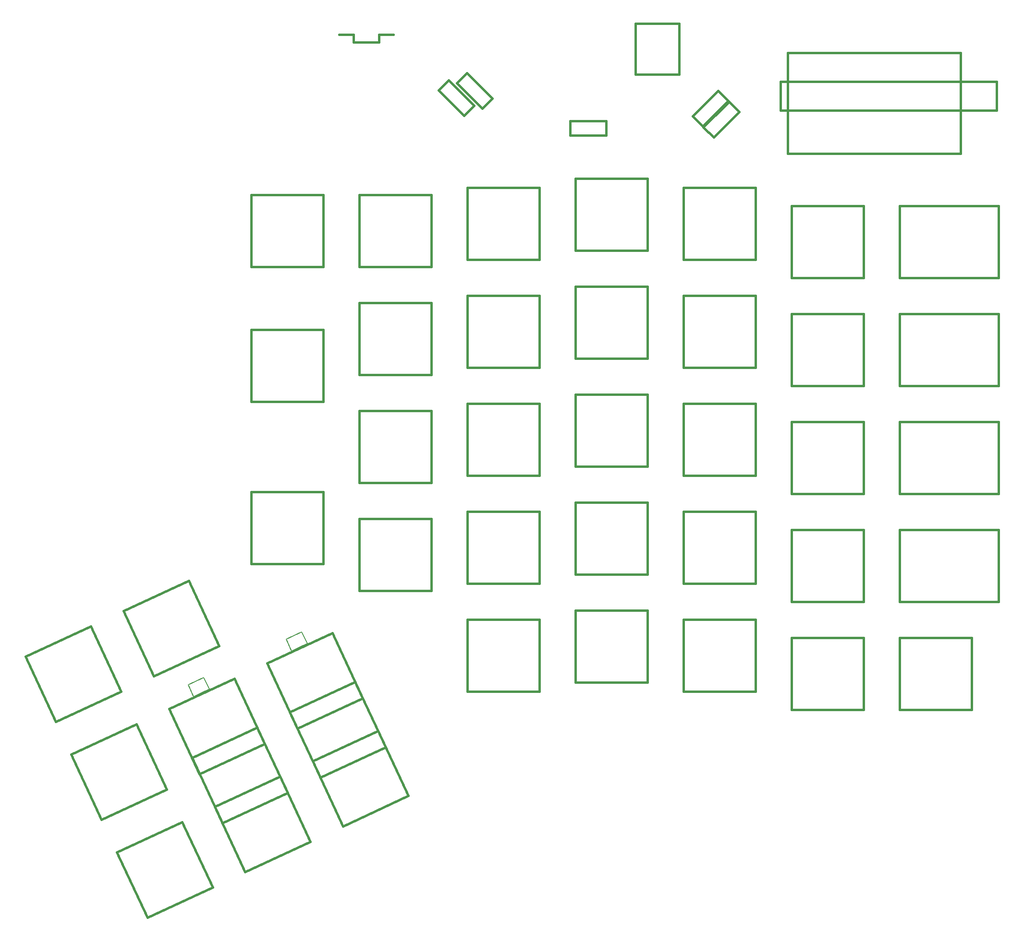
<source format=gbr>
G04 #@! TF.GenerationSoftware,KiCad,Pcbnew,(2016-12-22 revision d365dc5)-makepkg*
G04 #@! TF.CreationDate,2017-01-06T12:14:16-05:00*
G04 #@! TF.ProjectId,ErgoDOX,4572676F444F582E6B696361645F7063,rev?*
G04 #@! TF.FileFunction,Other,Comment*
%FSLAX46Y46*%
G04 Gerber Fmt 4.6, Leading zero omitted, Abs format (unit mm)*
G04 Created by KiCad (PCBNEW (2016-12-22 revision d365dc5)-makepkg) date 01/06/17 12:14:16*
%MOMM*%
%LPD*%
G01*
G04 APERTURE LIST*
%ADD10C,0.150000*%
%ADD11C,0.381000*%
%ADD12C,0.203200*%
G04 APERTURE END LIST*
D10*
D11*
X141493240Y-28481020D02*
X141493240Y-37480240D01*
X141493240Y-37480240D02*
X133791960Y-37480240D01*
X133791960Y-37480240D02*
X133791960Y-28481020D01*
X133791960Y-28481020D02*
X141493240Y-28481020D01*
X191135000Y-33655000D02*
X160655000Y-33655000D01*
X191135000Y-51435000D02*
X191135000Y-33655000D01*
X160655000Y-51435000D02*
X191135000Y-51435000D01*
X160655000Y-33655000D02*
X160655000Y-51435000D01*
X159385000Y-43815000D02*
X197485000Y-43815000D01*
X197485000Y-43815000D02*
X197485000Y-38735000D01*
X197485000Y-38735000D02*
X159385000Y-38735000D01*
X159385000Y-38735000D02*
X159385000Y-43815000D01*
D12*
X54930134Y-145185720D02*
X57692560Y-143897580D01*
X57692560Y-143897580D02*
X58658666Y-145969400D01*
X58658666Y-145969400D02*
X55896240Y-147257540D01*
X55896240Y-147257540D02*
X54930134Y-145185720D01*
X72194514Y-137133920D02*
X74956940Y-135845780D01*
X74956940Y-135845780D02*
X75923046Y-137917600D01*
X75923046Y-137917600D02*
X73160620Y-139205740D01*
X73160620Y-139205740D02*
X72194514Y-137133920D01*
D11*
X68840820Y-141360592D02*
X80350928Y-135993340D01*
X80350928Y-135993340D02*
X85718180Y-147503448D01*
X85718180Y-147503448D02*
X74208072Y-152870700D01*
X74208072Y-152870700D02*
X68840820Y-141360592D01*
X51576440Y-149412392D02*
X63086548Y-144045140D01*
X63086548Y-144045140D02*
X68453800Y-155555248D01*
X68453800Y-155555248D02*
X56943692Y-160922500D01*
X56943692Y-160922500D02*
X51576440Y-149412392D01*
X93769980Y-164770368D02*
X82259872Y-170137620D01*
X82259872Y-170137620D02*
X76892620Y-158627512D01*
X76892620Y-158627512D02*
X88402728Y-153260260D01*
X88402728Y-153260260D02*
X93769980Y-164770368D01*
X76503060Y-172819628D02*
X64992952Y-178186880D01*
X64992952Y-178186880D02*
X59625700Y-166676772D01*
X59625700Y-166676772D02*
X71135808Y-161309520D01*
X71135808Y-161309520D02*
X76503060Y-172819628D01*
X152050590Y-44055462D02*
X147560462Y-48545590D01*
X147560462Y-48545590D02*
X145764410Y-46749538D01*
X145764410Y-46749538D02*
X150254538Y-42259410D01*
X150254538Y-42259410D02*
X152050590Y-44055462D01*
X150145590Y-42150462D02*
X145655462Y-46640590D01*
X145655462Y-46640590D02*
X143859410Y-44844538D01*
X143859410Y-44844538D02*
X148349538Y-40354410D01*
X148349538Y-40354410D02*
X150145590Y-42150462D01*
X128587500Y-48260000D02*
X122237500Y-48260000D01*
X122237500Y-48260000D02*
X122237500Y-45720000D01*
X122237500Y-45720000D02*
X128587500Y-45720000D01*
X128587500Y-45720000D02*
X128587500Y-48260000D01*
X104062962Y-37179410D02*
X108553090Y-41669538D01*
X108553090Y-41669538D02*
X106757038Y-43465590D01*
X106757038Y-43465590D02*
X102266910Y-38975462D01*
X102266910Y-38975462D02*
X104062962Y-37179410D01*
X100887962Y-38449410D02*
X105378090Y-42939538D01*
X105378090Y-42939538D02*
X103582038Y-44735590D01*
X103582038Y-44735590D02*
X99091910Y-40245462D01*
X99091910Y-40245462D02*
X100887962Y-38449410D01*
X88557100Y-30480000D02*
X88557100Y-31775400D01*
X88557100Y-31775400D02*
X84061300Y-31775400D01*
X84061300Y-31775400D02*
X84061300Y-30480000D01*
X81508600Y-30480000D02*
X84061300Y-30480000D01*
X88557100Y-30480000D02*
X91109800Y-30480000D01*
X180340000Y-79702660D02*
X197802500Y-79702660D01*
X197802500Y-79702660D02*
X197802500Y-92402660D01*
X197802500Y-92402660D02*
X180340000Y-92402660D01*
X180340000Y-92402660D02*
X180340000Y-79702660D01*
X180340000Y-117802660D02*
X197802500Y-117802660D01*
X197802500Y-117802660D02*
X197802500Y-130502660D01*
X197802500Y-130502660D02*
X180340000Y-130502660D01*
X180340000Y-130502660D02*
X180340000Y-117802660D01*
X180340000Y-60655200D02*
X197802500Y-60655200D01*
X197802500Y-60655200D02*
X197802500Y-73355200D01*
X197802500Y-73355200D02*
X180340000Y-73355200D01*
X180340000Y-73355200D02*
X180340000Y-60655200D01*
X180340000Y-98752660D02*
X197802500Y-98752660D01*
X197802500Y-98752660D02*
X197802500Y-111452660D01*
X197802500Y-111452660D02*
X180340000Y-111452660D01*
X180340000Y-111452660D02*
X180340000Y-98752660D01*
X85090000Y-58750200D02*
X97790000Y-58750200D01*
X97790000Y-58750200D02*
X97790000Y-71450200D01*
X97790000Y-71450200D02*
X85090000Y-71450200D01*
X85090000Y-71450200D02*
X85090000Y-58750200D01*
X142240000Y-76527660D02*
X154940000Y-76527660D01*
X154940000Y-76527660D02*
X154940000Y-89227660D01*
X154940000Y-89227660D02*
X142240000Y-89227660D01*
X142240000Y-89227660D02*
X142240000Y-76527660D01*
X60967052Y-169555960D02*
X55599800Y-158045852D01*
X55599800Y-158045852D02*
X67109908Y-152678600D01*
X67109908Y-152678600D02*
X72477160Y-164188708D01*
X72477160Y-164188708D02*
X60967052Y-169555960D01*
X78231432Y-161504160D02*
X72864180Y-149994052D01*
X72864180Y-149994052D02*
X84374288Y-144626800D01*
X84374288Y-144626800D02*
X89741540Y-156136908D01*
X89741540Y-156136908D02*
X78231432Y-161504160D01*
X104140000Y-133677660D02*
X116840000Y-133677660D01*
X116840000Y-133677660D02*
X116840000Y-146377660D01*
X116840000Y-146377660D02*
X104140000Y-146377660D01*
X104140000Y-146377660D02*
X104140000Y-133677660D01*
X123190000Y-132080000D02*
X135890000Y-132080000D01*
X135890000Y-132080000D02*
X135890000Y-144780000D01*
X135890000Y-144780000D02*
X123190000Y-144780000D01*
X123190000Y-144780000D02*
X123190000Y-132080000D01*
X161290000Y-136852660D02*
X173990000Y-136852660D01*
X173990000Y-136852660D02*
X173990000Y-149552660D01*
X173990000Y-149552660D02*
X161290000Y-149552660D01*
X161290000Y-149552660D02*
X161290000Y-136852660D01*
X85090000Y-115897660D02*
X97790000Y-115897660D01*
X97790000Y-115897660D02*
X97790000Y-128597660D01*
X97790000Y-128597660D02*
X85090000Y-128597660D01*
X85090000Y-128597660D02*
X85090000Y-115897660D01*
X104140000Y-114627660D02*
X116840000Y-114627660D01*
X116840000Y-114627660D02*
X116840000Y-127327660D01*
X116840000Y-127327660D02*
X104140000Y-127327660D01*
X104140000Y-127327660D02*
X104140000Y-114627660D01*
X123190000Y-113030000D02*
X135890000Y-113030000D01*
X135890000Y-113030000D02*
X135890000Y-125730000D01*
X135890000Y-125730000D02*
X123190000Y-125730000D01*
X123190000Y-125730000D02*
X123190000Y-113030000D01*
X142240000Y-114627660D02*
X154940000Y-114627660D01*
X154940000Y-114627660D02*
X154940000Y-127327660D01*
X154940000Y-127327660D02*
X142240000Y-127327660D01*
X142240000Y-127327660D02*
X142240000Y-114627660D01*
X161290000Y-117802660D02*
X173990000Y-117802660D01*
X173990000Y-117802660D02*
X173990000Y-130502660D01*
X173990000Y-130502660D02*
X161290000Y-130502660D01*
X161290000Y-130502660D02*
X161290000Y-117802660D01*
X85090000Y-96847660D02*
X97790000Y-96847660D01*
X97790000Y-96847660D02*
X97790000Y-109547660D01*
X97790000Y-109547660D02*
X85090000Y-109547660D01*
X85090000Y-109547660D02*
X85090000Y-96847660D01*
X104140000Y-95577660D02*
X116840000Y-95577660D01*
X116840000Y-95577660D02*
X116840000Y-108277660D01*
X116840000Y-108277660D02*
X104140000Y-108277660D01*
X104140000Y-108277660D02*
X104140000Y-95577660D01*
X123190000Y-93980000D02*
X135890000Y-93980000D01*
X135890000Y-93980000D02*
X135890000Y-106680000D01*
X135890000Y-106680000D02*
X123190000Y-106680000D01*
X123190000Y-106680000D02*
X123190000Y-93980000D01*
X142240000Y-95577660D02*
X154940000Y-95577660D01*
X154940000Y-95577660D02*
X154940000Y-108277660D01*
X154940000Y-108277660D02*
X142240000Y-108277660D01*
X142240000Y-108277660D02*
X142240000Y-95577660D01*
X104140000Y-76527660D02*
X116840000Y-76527660D01*
X116840000Y-76527660D02*
X116840000Y-89227660D01*
X116840000Y-89227660D02*
X104140000Y-89227660D01*
X104140000Y-89227660D02*
X104140000Y-76527660D01*
X123190000Y-74930000D02*
X135890000Y-74930000D01*
X135890000Y-74930000D02*
X135890000Y-87630000D01*
X135890000Y-87630000D02*
X123190000Y-87630000D01*
X123190000Y-87630000D02*
X123190000Y-74930000D01*
X161290000Y-79702660D02*
X173990000Y-79702660D01*
X173990000Y-79702660D02*
X173990000Y-92402660D01*
X173990000Y-92402660D02*
X161290000Y-92402660D01*
X161290000Y-92402660D02*
X161290000Y-79702660D01*
X142240000Y-133677660D02*
X154940000Y-133677660D01*
X154940000Y-133677660D02*
X154940000Y-146377660D01*
X154940000Y-146377660D02*
X142240000Y-146377660D01*
X142240000Y-146377660D02*
X142240000Y-133677660D01*
X104140000Y-57477660D02*
X116840000Y-57477660D01*
X116840000Y-57477660D02*
X116840000Y-70177660D01*
X116840000Y-70177660D02*
X104140000Y-70177660D01*
X104140000Y-70177660D02*
X104140000Y-57477660D01*
X123190000Y-55880000D02*
X135890000Y-55880000D01*
X135890000Y-55880000D02*
X135890000Y-68580000D01*
X135890000Y-68580000D02*
X123190000Y-68580000D01*
X123190000Y-68580000D02*
X123190000Y-55880000D01*
X142240000Y-57477660D02*
X154940000Y-57477660D01*
X154940000Y-57477660D02*
X154940000Y-70177660D01*
X154940000Y-70177660D02*
X142240000Y-70177660D01*
X142240000Y-70177660D02*
X142240000Y-57477660D01*
X161290000Y-60655200D02*
X173990000Y-60655200D01*
X173990000Y-60655200D02*
X173990000Y-73355200D01*
X173990000Y-73355200D02*
X161290000Y-73355200D01*
X161290000Y-73355200D02*
X161290000Y-60655200D01*
X43524640Y-132148012D02*
X55034748Y-126780760D01*
X55034748Y-126780760D02*
X60402000Y-138290868D01*
X60402000Y-138290868D02*
X48891892Y-143658120D01*
X48891892Y-143658120D02*
X43524640Y-132148012D01*
X26260260Y-140197272D02*
X37770368Y-134830020D01*
X37770368Y-134830020D02*
X43137620Y-146340128D01*
X43137620Y-146340128D02*
X31627512Y-151707380D01*
X31627512Y-151707380D02*
X26260260Y-140197272D01*
X42361320Y-174728572D02*
X53871428Y-169361320D01*
X53871428Y-169361320D02*
X59238680Y-180871428D01*
X59238680Y-180871428D02*
X47728572Y-186238680D01*
X47728572Y-186238680D02*
X42361320Y-174728572D01*
X34309520Y-157461652D02*
X45819628Y-152094400D01*
X45819628Y-152094400D02*
X51186880Y-163604508D01*
X51186880Y-163604508D02*
X39676772Y-168971760D01*
X39676772Y-168971760D02*
X34309520Y-157461652D01*
X85090000Y-77797660D02*
X97790000Y-77797660D01*
X97790000Y-77797660D02*
X97790000Y-90497660D01*
X97790000Y-90497660D02*
X85090000Y-90497660D01*
X85090000Y-90497660D02*
X85090000Y-77797660D01*
X180340000Y-136852660D02*
X193040000Y-136852660D01*
X193040000Y-136852660D02*
X193040000Y-149552660D01*
X193040000Y-149552660D02*
X180340000Y-149552660D01*
X180340000Y-149552660D02*
X180340000Y-136852660D01*
X66040000Y-123835160D02*
X66040000Y-111135160D01*
X66040000Y-111135160D02*
X78740000Y-111135160D01*
X78740000Y-111135160D02*
X78740000Y-123835160D01*
X78740000Y-123835160D02*
X66040000Y-123835160D01*
X66040000Y-95260160D02*
X66040000Y-82560160D01*
X66040000Y-82560160D02*
X78740000Y-82560160D01*
X78740000Y-82560160D02*
X78740000Y-95260160D01*
X78740000Y-95260160D02*
X66040000Y-95260160D01*
X66040000Y-58750200D02*
X78740000Y-58750200D01*
X78740000Y-58750200D02*
X78740000Y-71450200D01*
X78740000Y-71450200D02*
X66040000Y-71450200D01*
X66040000Y-71450200D02*
X66040000Y-58750200D01*
X161290000Y-98752660D02*
X173990000Y-98752660D01*
X173990000Y-98752660D02*
X173990000Y-111452660D01*
X173990000Y-111452660D02*
X161290000Y-111452660D01*
X161290000Y-111452660D02*
X161290000Y-98752660D01*
M02*

</source>
